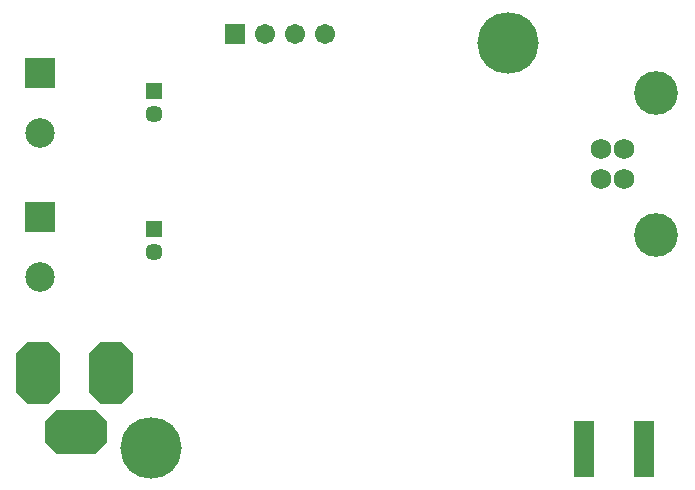
<source format=gbs>
%FSLAX25Y25*%
%MOIN*%
G70*
G01*
G75*
G04 Layer_Color=16711935*
%ADD10R,0.02362X0.08661*%
%ADD11R,0.02362X0.08661*%
%ADD12R,0.02362X0.02362*%
%ADD13R,0.03543X0.02953*%
%ADD14R,0.02953X0.03543*%
%ADD15O,0.02165X0.06890*%
%ADD16O,0.06890X0.02165*%
%ADD17R,0.04134X0.05906*%
%ADD18R,0.02362X0.04134*%
%ADD19R,0.03937X0.09843*%
%ADD20O,0.08268X0.01772*%
%ADD21R,0.02756X0.03543*%
%ADD22R,0.03150X0.03740*%
%ADD23R,0.04331X0.07480*%
%ADD24O,0.03150X0.01181*%
%ADD25O,0.01181X0.03150*%
%ADD26R,0.05906X0.17716*%
%ADD27R,0.04331X0.07480*%
%ADD28C,0.01200*%
%ADD29C,0.01000*%
%ADD30C,0.02000*%
%ADD31C,0.19685*%
%ADD32C,0.04921*%
%ADD33R,0.04921X0.04921*%
%ADD34R,0.09055X0.09055*%
%ADD35C,0.09055*%
G04:AMPARAMS|DCode=36|XSize=196.85mil|YSize=137.8mil|CornerRadius=0mil|HoleSize=0mil|Usage=FLASHONLY|Rotation=270.000|XOffset=0mil|YOffset=0mil|HoleType=Round|Shape=Octagon|*
%AMOCTAGOND36*
4,1,8,-0.03445,-0.09843,0.03445,-0.09843,0.06890,-0.06398,0.06890,0.06398,0.03445,0.09843,-0.03445,0.09843,-0.06890,0.06398,-0.06890,-0.06398,-0.03445,-0.09843,0.0*
%
%ADD36OCTAGOND36*%

G04:AMPARAMS|DCode=37|XSize=196.85mil|YSize=137.8mil|CornerRadius=0mil|HoleSize=0mil|Usage=FLASHONLY|Rotation=0.000|XOffset=0mil|YOffset=0mil|HoleType=Round|Shape=Octagon|*
%AMOCTAGOND37*
4,1,8,0.09843,-0.03445,0.09843,0.03445,0.06398,0.06890,-0.06398,0.06890,-0.09843,0.03445,-0.09843,-0.03445,-0.06398,-0.06890,0.06398,-0.06890,0.09843,-0.03445,0.0*
%
%ADD37OCTAGOND37*%

%ADD38R,0.05906X0.05906*%
%ADD39C,0.05906*%
%ADD40C,0.06000*%
%ADD41C,0.13780*%
%ADD42C,0.02400*%
%ADD43C,0.00984*%
%ADD44C,0.00787*%
%ADD45C,0.02362*%
%ADD46C,0.00800*%
%ADD47C,0.00700*%
%ADD48C,0.00500*%
%ADD49C,0.00492*%
%ADD50C,0.00591*%
%ADD51R,0.03162X0.09461*%
%ADD52R,0.03162X0.09461*%
%ADD53R,0.03162X0.03162*%
%ADD54R,0.04343X0.03753*%
%ADD55R,0.03753X0.04343*%
%ADD56O,0.03165X0.07890*%
%ADD57O,0.07890X0.03165*%
%ADD58R,0.04934X0.06706*%
%ADD59R,0.03162X0.04934*%
%ADD60R,0.04737X0.10642*%
%ADD61O,0.09068X0.02572*%
%ADD62R,0.03556X0.04343*%
%ADD63R,0.03950X0.04540*%
%ADD64R,0.05131X0.08280*%
%ADD65O,0.03950X0.01981*%
%ADD66O,0.01981X0.03950*%
%ADD67R,0.06706X0.18517*%
%ADD68R,0.05131X0.08280*%
%ADD69C,0.20485*%
%ADD70C,0.05721*%
%ADD71R,0.05721X0.05721*%
%ADD72R,0.09855X0.09855*%
%ADD73C,0.09855*%
G04:AMPARAMS|DCode=74|XSize=204.85mil|YSize=145.79mil|CornerRadius=0mil|HoleSize=0mil|Usage=FLASHONLY|Rotation=270.000|XOffset=0mil|YOffset=0mil|HoleType=Round|Shape=Octagon|*
%AMOCTAGOND74*
4,1,8,-0.03645,-0.10243,0.03645,-0.10243,0.07290,-0.06598,0.07290,0.06598,0.03645,0.10243,-0.03645,0.10243,-0.07290,0.06598,-0.07290,-0.06598,-0.03645,-0.10243,0.0*
%
%ADD74OCTAGOND74*%

G04:AMPARAMS|DCode=75|XSize=204.85mil|YSize=145.79mil|CornerRadius=0mil|HoleSize=0mil|Usage=FLASHONLY|Rotation=0.000|XOffset=0mil|YOffset=0mil|HoleType=Round|Shape=Octagon|*
%AMOCTAGOND75*
4,1,8,0.10243,-0.03645,0.10243,0.03645,0.06598,0.07290,-0.06598,0.07290,-0.10243,0.03645,-0.10243,-0.03645,-0.06598,-0.07290,0.06598,-0.07290,0.10243,-0.03645,0.0*
%
%ADD75OCTAGOND75*%

%ADD76R,0.06706X0.06706*%
%ADD77C,0.06706*%
%ADD78C,0.06800*%
%ADD79C,0.14579*%
D67*
X622500Y723500D02*
D03*
X642500D02*
D03*
D69*
X478000Y724000D02*
D03*
X597000Y859000D02*
D03*
D70*
X479000Y835063D02*
D03*
Y789063D02*
D03*
D71*
Y842937D02*
D03*
Y796937D02*
D03*
D72*
X441000Y849000D02*
D03*
Y801000D02*
D03*
D73*
Y829000D02*
D03*
Y781000D02*
D03*
D74*
X464740Y749000D02*
D03*
X440528D02*
D03*
D75*
X452929Y729315D02*
D03*
D76*
X506000Y862000D02*
D03*
D77*
X516000D02*
D03*
X526000D02*
D03*
X536000D02*
D03*
D78*
X627957Y813579D02*
D03*
X635831Y823421D02*
D03*
X627957D02*
D03*
X635831Y813579D02*
D03*
D79*
X646500Y794799D02*
D03*
Y842201D02*
D03*
M02*

</source>
